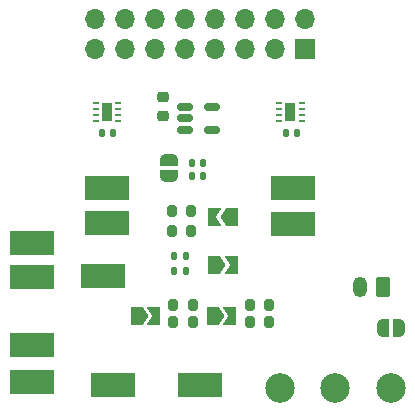
<source format=gbr>
%TF.GenerationSoftware,KiCad,Pcbnew,8.0.0*%
%TF.CreationDate,2024-03-24T20:02:06+02:00*%
%TF.ProjectId,Power Subsystem,506f7765-7220-4537-9562-73797374656d,rev?*%
%TF.SameCoordinates,Original*%
%TF.FileFunction,Soldermask,Top*%
%TF.FilePolarity,Negative*%
%FSLAX46Y46*%
G04 Gerber Fmt 4.6, Leading zero omitted, Abs format (unit mm)*
G04 Created by KiCad (PCBNEW 8.0.0) date 2024-03-24 20:02:06*
%MOMM*%
%LPD*%
G01*
G04 APERTURE LIST*
G04 Aperture macros list*
%AMRoundRect*
0 Rectangle with rounded corners*
0 $1 Rounding radius*
0 $2 $3 $4 $5 $6 $7 $8 $9 X,Y pos of 4 corners*
0 Add a 4 corners polygon primitive as box body*
4,1,4,$2,$3,$4,$5,$6,$7,$8,$9,$2,$3,0*
0 Add four circle primitives for the rounded corners*
1,1,$1+$1,$2,$3*
1,1,$1+$1,$4,$5*
1,1,$1+$1,$6,$7*
1,1,$1+$1,$8,$9*
0 Add four rect primitives between the rounded corners*
20,1,$1+$1,$2,$3,$4,$5,0*
20,1,$1+$1,$4,$5,$6,$7,0*
20,1,$1+$1,$6,$7,$8,$9,0*
20,1,$1+$1,$8,$9,$2,$3,0*%
%AMFreePoly0*
4,1,19,0.500000,-0.750000,0.000000,-0.750000,0.000000,-0.744911,-0.071157,-0.744911,-0.207708,-0.704816,-0.327430,-0.627875,-0.420627,-0.520320,-0.479746,-0.390866,-0.500000,-0.250000,-0.500000,0.250000,-0.479746,0.390866,-0.420627,0.520320,-0.327430,0.627875,-0.207708,0.704816,-0.071157,0.744911,0.000000,0.744911,0.000000,0.750000,0.500000,0.750000,0.500000,-0.750000,0.500000,-0.750000,
$1*%
%AMFreePoly1*
4,1,19,0.000000,0.744911,0.071157,0.744911,0.207708,0.704816,0.327430,0.627875,0.420627,0.520320,0.479746,0.390866,0.500000,0.250000,0.500000,-0.250000,0.479746,-0.390866,0.420627,-0.520320,0.327430,-0.627875,0.207708,-0.704816,0.071157,-0.744911,0.000000,-0.744911,0.000000,-0.750000,-0.500000,-0.750000,-0.500000,0.750000,0.000000,0.750000,0.000000,0.744911,0.000000,0.744911,
$1*%
%AMFreePoly2*
4,1,6,1.000000,0.000000,0.500000,-0.750000,-0.500000,-0.750000,-0.500000,0.750000,0.500000,0.750000,1.000000,0.000000,1.000000,0.000000,$1*%
%AMFreePoly3*
4,1,6,0.500000,-0.750000,-0.650000,-0.750000,-0.150000,0.000000,-0.650000,0.750000,0.500000,0.750000,0.500000,-0.750000,0.500000,-0.750000,$1*%
G04 Aperture macros list end*
%ADD10C,2.500000*%
%ADD11FreePoly0,0.000000*%
%ADD12FreePoly1,0.000000*%
%ADD13RoundRect,0.140000X0.140000X0.170000X-0.140000X0.170000X-0.140000X-0.170000X0.140000X-0.170000X0*%
%ADD14RoundRect,0.200000X-0.200000X-0.275000X0.200000X-0.275000X0.200000X0.275000X-0.200000X0.275000X0*%
%ADD15R,3.800000X2.000000*%
%ADD16RoundRect,0.250000X0.350000X0.625000X-0.350000X0.625000X-0.350000X-0.625000X0.350000X-0.625000X0*%
%ADD17O,1.200000X1.750000*%
%ADD18FreePoly2,180.000000*%
%ADD19FreePoly3,180.000000*%
%ADD20FreePoly0,90.000000*%
%ADD21FreePoly1,90.000000*%
%ADD22FreePoly2,0.000000*%
%ADD23FreePoly3,0.000000*%
%ADD24RoundRect,0.062500X-0.187500X-0.062500X0.187500X-0.062500X0.187500X0.062500X-0.187500X0.062500X0*%
%ADD25R,0.900000X1.600000*%
%ADD26RoundRect,0.150000X-0.512500X-0.150000X0.512500X-0.150000X0.512500X0.150000X-0.512500X0.150000X0*%
%ADD27RoundRect,0.200000X0.200000X0.275000X-0.200000X0.275000X-0.200000X-0.275000X0.200000X-0.275000X0*%
%ADD28RoundRect,0.135000X0.135000X0.185000X-0.135000X0.185000X-0.135000X-0.185000X0.135000X-0.185000X0*%
%ADD29RoundRect,0.140000X-0.140000X-0.170000X0.140000X-0.170000X0.140000X0.170000X-0.140000X0.170000X0*%
%ADD30RoundRect,0.218750X-0.256250X0.218750X-0.256250X-0.218750X0.256250X-0.218750X0.256250X0.218750X0*%
%ADD31R,1.700000X1.700000*%
%ADD32O,1.700000X1.700000*%
G04 APERTURE END LIST*
D10*
%TO.C,SW1*%
X156337000Y-73914000D03*
X161037000Y-73914000D03*
X165737000Y-73914000D03*
%TD*%
D11*
%TO.C,JP1*%
X165085000Y-68834000D03*
D12*
X166385000Y-68834000D03*
%TD*%
D13*
%TO.C,C3*%
X142223000Y-52263000D03*
X141263000Y-52263000D03*
%TD*%
D14*
%TO.C,R3*%
X147194000Y-60579000D03*
X148844000Y-60579000D03*
%TD*%
D15*
%TO.C,PWM2*%
X157491000Y-59979000D03*
%TD*%
%TO.C,PWM3*%
X141743000Y-56962000D03*
%TD*%
D14*
%TO.C,R8*%
X153808600Y-68326000D03*
X155458600Y-68326000D03*
%TD*%
D16*
%TO.C,J2*%
X165084000Y-65315000D03*
D17*
X163084000Y-65315000D03*
%TD*%
D18*
%TO.C,JP2*%
X152249200Y-59436000D03*
D19*
X150799200Y-59436000D03*
%TD*%
D20*
%TO.C,JP13*%
X146939000Y-55910000D03*
D21*
X146939000Y-54610000D03*
%TD*%
D13*
%TO.C,C4*%
X157816000Y-52263000D03*
X156856000Y-52263000D03*
%TD*%
%TO.C,C2*%
X149843000Y-55946000D03*
X148883000Y-55946000D03*
%TD*%
D22*
%TO.C,JP5*%
X150797600Y-63500000D03*
D23*
X152247600Y-63500000D03*
%TD*%
D14*
%TO.C,R11*%
X147331600Y-68326000D03*
X148981600Y-68326000D03*
%TD*%
D24*
%TO.C,Motor_1*%
X140732000Y-49754000D03*
X140732000Y-50254000D03*
X140732000Y-50754000D03*
X140732000Y-51254000D03*
X142632000Y-51254000D03*
X142632000Y-50754000D03*
X142632000Y-50254000D03*
X142632000Y-49754000D03*
D25*
X141682000Y-50504000D03*
%TD*%
D15*
%TO.C,Motor2_B1*%
X135382000Y-73406000D03*
%TD*%
D22*
%TO.C,JP11*%
X144219000Y-67818000D03*
D23*
X145669000Y-67818000D03*
%TD*%
D26*
%TO.C,U1*%
X148347000Y-50104000D03*
X148347000Y-51054000D03*
X148347000Y-52004000D03*
X150622000Y-52004000D03*
X150622000Y-50104000D03*
%TD*%
D27*
%TO.C,R2*%
X148844000Y-58928000D03*
X147194000Y-58928000D03*
%TD*%
D28*
%TO.C,R5*%
X148428000Y-64008000D03*
X147408000Y-64008000D03*
%TD*%
D15*
%TO.C,PWM4*%
X141743000Y-59883000D03*
%TD*%
%TO.C,Motor_2A1*%
X135382000Y-70231000D03*
%TD*%
%TO.C,PWM1*%
X157491000Y-56962000D03*
%TD*%
%TO.C,Motor_1B1*%
X135382000Y-64516000D03*
%TD*%
D28*
%TO.C,R4*%
X148428000Y-62738000D03*
X147408000Y-62738000D03*
%TD*%
D14*
%TO.C,R7*%
X153808600Y-66852800D03*
X155458600Y-66852800D03*
%TD*%
D29*
%TO.C,C1*%
X148883000Y-54803000D03*
X149843000Y-54803000D03*
%TD*%
D15*
%TO.C,GND1*%
X142240000Y-73660000D03*
%TD*%
D22*
%TO.C,JP8*%
X150696000Y-67818000D03*
D23*
X152146000Y-67818000D03*
%TD*%
D15*
%TO.C,+5V1*%
X141351000Y-64389000D03*
%TD*%
D14*
%TO.C,R10*%
X147331600Y-66852800D03*
X148981600Y-66852800D03*
%TD*%
D24*
%TO.C,Motor_2*%
X156287000Y-49754000D03*
X156287000Y-50254000D03*
X156287000Y-50754000D03*
X156287000Y-51254000D03*
X158187000Y-51254000D03*
X158187000Y-50754000D03*
X158187000Y-50254000D03*
X158187000Y-49754000D03*
D25*
X157237000Y-50504000D03*
%TD*%
D15*
%TO.C,+BATT1*%
X149606000Y-73660000D03*
%TD*%
D30*
%TO.C,D1*%
X146431000Y-49276000D03*
X146431000Y-50851000D03*
%TD*%
D15*
%TO.C,Motor_1A1*%
X135382000Y-61595000D03*
%TD*%
D31*
%TO.C,J1*%
X158496000Y-45212000D03*
D32*
X158496000Y-42672000D03*
X155956000Y-45212000D03*
X155956000Y-42672000D03*
X153416000Y-45212000D03*
X153416000Y-42672000D03*
X150876000Y-45212000D03*
X150876000Y-42672000D03*
X148336000Y-45212000D03*
X148336000Y-42672000D03*
X145796000Y-45212000D03*
X145796000Y-42672000D03*
X143256000Y-45212000D03*
X143256000Y-42672000D03*
X140716000Y-45212000D03*
X140716000Y-42672000D03*
%TD*%
M02*

</source>
